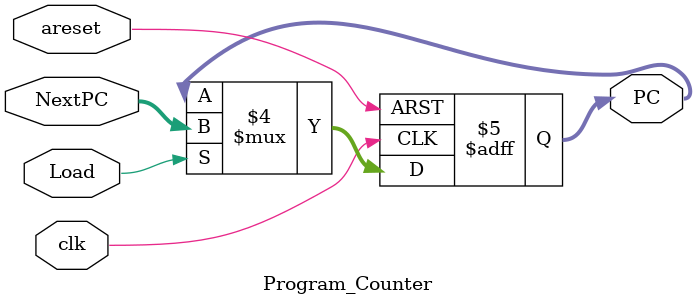
<source format=v>
module Program_Counter(
                       input wire [31:0] NextPC,
                       input wire areset,clk,Load,
                       output reg [31:0]PC

);

always@(posedge clk or negedge areset ) begin
  
  if(~areset)
   PC <= 32'b0 ;
  else begin
    PC <= (Load == 0) ? PC : NextPC ;
  end

end

endmodule
</source>
